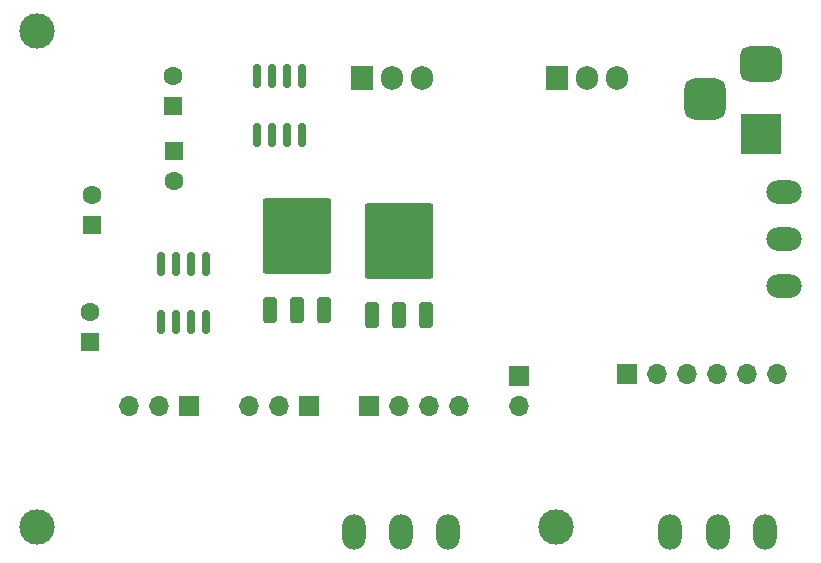
<source format=gbr>
%TF.GenerationSoftware,KiCad,Pcbnew,7.0.10*%
%TF.CreationDate,2024-04-03T15:56:11+05:30*%
%TF.ProjectId,power converter,706f7765-7220-4636-9f6e-766572746572,rev?*%
%TF.SameCoordinates,Original*%
%TF.FileFunction,Soldermask,Top*%
%TF.FilePolarity,Negative*%
%FSLAX46Y46*%
G04 Gerber Fmt 4.6, Leading zero omitted, Abs format (unit mm)*
G04 Created by KiCad (PCBNEW 7.0.10) date 2024-04-03 15:56:11*
%MOMM*%
%LPD*%
G01*
G04 APERTURE LIST*
G04 Aperture macros list*
%AMRoundRect*
0 Rectangle with rounded corners*
0 $1 Rounding radius*
0 $2 $3 $4 $5 $6 $7 $8 $9 X,Y pos of 4 corners*
0 Add a 4 corners polygon primitive as box body*
4,1,4,$2,$3,$4,$5,$6,$7,$8,$9,$2,$3,0*
0 Add four circle primitives for the rounded corners*
1,1,$1+$1,$2,$3*
1,1,$1+$1,$4,$5*
1,1,$1+$1,$6,$7*
1,1,$1+$1,$8,$9*
0 Add four rect primitives between the rounded corners*
20,1,$1+$1,$2,$3,$4,$5,0*
20,1,$1+$1,$4,$5,$6,$7,0*
20,1,$1+$1,$6,$7,$8,$9,0*
20,1,$1+$1,$8,$9,$2,$3,0*%
G04 Aperture macros list end*
%ADD10R,1.700000X1.700000*%
%ADD11O,1.700000X1.700000*%
%ADD12C,3.000000*%
%ADD13R,1.600000X1.600000*%
%ADD14C,1.600000*%
%ADD15R,1.905000X2.000000*%
%ADD16O,1.905000X2.000000*%
%ADD17O,2.000000X3.000000*%
%ADD18RoundRect,0.150000X-0.150000X0.825000X-0.150000X-0.825000X0.150000X-0.825000X0.150000X0.825000X0*%
%ADD19RoundRect,0.250000X0.350000X-0.850000X0.350000X0.850000X-0.350000X0.850000X-0.350000X-0.850000X0*%
%ADD20RoundRect,0.249997X2.650003X-2.950003X2.650003X2.950003X-2.650003X2.950003X-2.650003X-2.950003X0*%
%ADD21O,3.000000X2.000000*%
%ADD22R,3.500000X3.500000*%
%ADD23RoundRect,0.750000X-1.000000X0.750000X-1.000000X-0.750000X1.000000X-0.750000X1.000000X0.750000X0*%
%ADD24RoundRect,0.875000X-0.875000X0.875000X-0.875000X-0.875000X0.875000X-0.875000X0.875000X0.875000X0*%
%ADD25RoundRect,0.150000X0.150000X-0.825000X0.150000X0.825000X-0.150000X0.825000X-0.150000X-0.825000X0*%
G04 APERTURE END LIST*
D10*
%TO.C,J4*%
X170050000Y-95930000D03*
D11*
X170050000Y-98470000D03*
%TD*%
D12*
%TO.C,H1*%
X173170000Y-108750000D03*
%TD*%
D13*
%TO.C,C3*%
X140713000Y-73070000D03*
D14*
X140713000Y-70570000D03*
%TD*%
D15*
%TO.C,U6*%
X173250000Y-70750000D03*
D16*
X175790000Y-70750000D03*
X178330000Y-70750000D03*
%TD*%
D10*
%TO.C,J3*%
X142110000Y-98470000D03*
D11*
X139570000Y-98470000D03*
X137030000Y-98470000D03*
%TD*%
D17*
%TO.C,SW1*%
X190850000Y-109150000D03*
X186850000Y-109150000D03*
X182850000Y-109150000D03*
%TD*%
D18*
%TO.C,U5*%
X151635000Y-70595000D03*
X150365000Y-70595000D03*
X149095000Y-70595000D03*
X147825000Y-70595000D03*
X147825000Y-75545000D03*
X149095000Y-75545000D03*
X150365000Y-75545000D03*
X151635000Y-75545000D03*
%TD*%
D12*
%TO.C,H3*%
X129250000Y-66750000D03*
%TD*%
D13*
%TO.C,C2*%
X133855000Y-83165113D03*
D14*
X133855000Y-80665113D03*
%TD*%
D10*
%TO.C,J6*%
X157350000Y-98470000D03*
D11*
X159890000Y-98470000D03*
X162430000Y-98470000D03*
X164970000Y-98470000D03*
%TD*%
D10*
%TO.C,J2*%
X152270000Y-98470000D03*
D11*
X149730000Y-98470000D03*
X147190000Y-98470000D03*
%TD*%
D19*
%TO.C,U3*%
X148975000Y-90395000D03*
X151255000Y-90395000D03*
D20*
X151255000Y-84095000D03*
D19*
X153535000Y-90395000D03*
%TD*%
D21*
%TO.C,SW2*%
X192450000Y-88350000D03*
X192450000Y-84350000D03*
X192450000Y-80350000D03*
%TD*%
D10*
%TO.C,J5*%
X179170000Y-95750000D03*
D11*
X181710000Y-95750000D03*
X184250000Y-95750000D03*
X186790000Y-95750000D03*
X189330000Y-95750000D03*
X191870000Y-95750000D03*
%TD*%
D13*
%TO.C,C4*%
X140840000Y-76944888D03*
D14*
X140840000Y-79444888D03*
%TD*%
D22*
%TO.C,J1*%
X190500000Y-75500000D03*
D23*
X190500000Y-69500000D03*
D24*
X185800000Y-72500000D03*
%TD*%
D19*
%TO.C,U2*%
X157610000Y-90810000D03*
X159890000Y-90810000D03*
D20*
X159890000Y-84510000D03*
D19*
X162170000Y-90810000D03*
%TD*%
D15*
%TO.C,U1*%
X156750000Y-70750000D03*
D16*
X159290000Y-70750000D03*
X161830000Y-70750000D03*
%TD*%
D13*
%TO.C,C1*%
X133728000Y-93071113D03*
D14*
X133728000Y-90571113D03*
%TD*%
D12*
%TO.C,H2*%
X129250000Y-108750000D03*
%TD*%
D17*
%TO.C,SW3*%
X164050000Y-109150000D03*
X160050000Y-109150000D03*
X156050000Y-109150000D03*
%TD*%
D25*
%TO.C,U4*%
X139697000Y-91420000D03*
X140967000Y-91420000D03*
X142237000Y-91420000D03*
X143507000Y-91420000D03*
X143507000Y-86470000D03*
X142237000Y-86470000D03*
X140967000Y-86470000D03*
X139697000Y-86470000D03*
%TD*%
M02*

</source>
